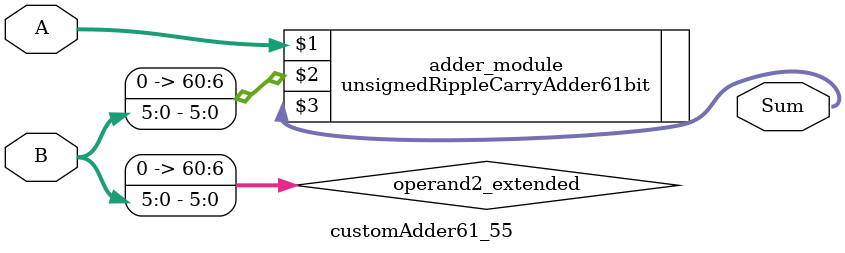
<source format=v>
module customAdder61_55(
                        input [60 : 0] A,
                        input [5 : 0] B,
                        
                        output [61 : 0] Sum
                );

        wire [60 : 0] operand2_extended;
        
        assign operand2_extended =  {55'b0, B};
        
        unsignedRippleCarryAdder61bit adder_module(
            A,
            operand2_extended,
            Sum
        );
        
        endmodule
        
</source>
